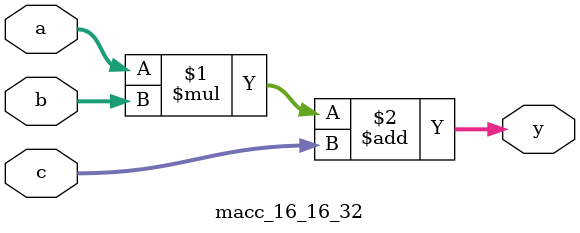
<source format=v>
module macc_16_16_32(a, b, c, y);
input [15:0] a, b;
input [31:0] c;
output [31:0] y;
assign y = a*b + c;
endmodule

</source>
